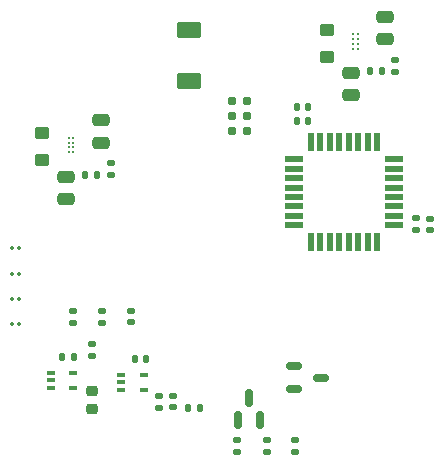
<source format=gbr>
%TF.GenerationSoftware,KiCad,Pcbnew,8.0.1*%
%TF.CreationDate,2024-09-05T15:23:59+02:00*%
%TF.ProjectId,TEP000,54455030-3030-42e6-9b69-6361645f7063,rev?*%
%TF.SameCoordinates,Original*%
%TF.FileFunction,Paste,Top*%
%TF.FilePolarity,Positive*%
%FSLAX46Y46*%
G04 Gerber Fmt 4.6, Leading zero omitted, Abs format (unit mm)*
G04 Created by KiCad (PCBNEW 8.0.1) date 2024-09-05 15:23:59*
%MOMM*%
%LPD*%
G01*
G04 APERTURE LIST*
G04 Aperture macros list*
%AMRoundRect*
0 Rectangle with rounded corners*
0 $1 Rounding radius*
0 $2 $3 $4 $5 $6 $7 $8 $9 X,Y pos of 4 corners*
0 Add a 4 corners polygon primitive as box body*
4,1,4,$2,$3,$4,$5,$6,$7,$8,$9,$2,$3,0*
0 Add four circle primitives for the rounded corners*
1,1,$1+$1,$2,$3*
1,1,$1+$1,$4,$5*
1,1,$1+$1,$6,$7*
1,1,$1+$1,$8,$9*
0 Add four rect primitives between the rounded corners*
20,1,$1+$1,$2,$3,$4,$5,0*
20,1,$1+$1,$4,$5,$6,$7,0*
20,1,$1+$1,$6,$7,$8,$9,0*
20,1,$1+$1,$8,$9,$2,$3,0*%
G04 Aperture macros list end*
%ADD10C,0.200000*%
%ADD11R,1.600000X0.550000*%
%ADD12R,0.550000X1.600000*%
%ADD13RoundRect,0.100000X-0.225000X-0.100000X0.225000X-0.100000X0.225000X0.100000X-0.225000X0.100000X0*%
%ADD14RoundRect,0.135000X0.185000X-0.135000X0.185000X0.135000X-0.185000X0.135000X-0.185000X-0.135000X0*%
%ADD15RoundRect,0.135000X-0.135000X-0.185000X0.135000X-0.185000X0.135000X0.185000X-0.135000X0.185000X0*%
%ADD16RoundRect,0.135000X0.135000X0.185000X-0.135000X0.185000X-0.135000X-0.185000X0.135000X-0.185000X0*%
%ADD17RoundRect,0.135000X-0.185000X0.135000X-0.185000X-0.135000X0.185000X-0.135000X0.185000X0.135000X0*%
%ADD18RoundRect,0.067500X-0.067500X-0.067500X0.067500X-0.067500X0.067500X0.067500X-0.067500X0.067500X0*%
%ADD19RoundRect,0.150000X0.150000X-0.587500X0.150000X0.587500X-0.150000X0.587500X-0.150000X-0.587500X0*%
%ADD20RoundRect,0.150000X-0.512500X-0.150000X0.512500X-0.150000X0.512500X0.150000X-0.512500X0.150000X0*%
%ADD21RoundRect,0.250000X-0.350000X0.275000X-0.350000X-0.275000X0.350000X-0.275000X0.350000X0.275000X0*%
%ADD22C,0.787000*%
%ADD23RoundRect,0.250000X-0.800000X0.450000X-0.800000X-0.450000X0.800000X-0.450000X0.800000X0.450000X0*%
%ADD24RoundRect,0.250000X-0.475000X0.250000X-0.475000X-0.250000X0.475000X-0.250000X0.475000X0.250000X0*%
%ADD25RoundRect,0.140000X0.170000X-0.140000X0.170000X0.140000X-0.170000X0.140000X-0.170000X-0.140000X0*%
%ADD26RoundRect,0.140000X-0.140000X-0.170000X0.140000X-0.170000X0.140000X0.170000X-0.140000X0.170000X0*%
%ADD27RoundRect,0.140000X-0.170000X0.140000X-0.170000X-0.140000X0.170000X-0.140000X0.170000X0.140000X0*%
%ADD28RoundRect,0.140000X0.140000X0.170000X-0.140000X0.170000X-0.140000X-0.170000X0.140000X-0.170000X0*%
%ADD29RoundRect,0.225000X0.250000X-0.225000X0.250000X0.225000X-0.250000X0.225000X-0.250000X-0.225000X0*%
G04 APERTURE END LIST*
D10*
%TO.C,U5*%
X151669800Y-103657400D03*
X152069800Y-103657400D03*
X151669800Y-104057400D03*
X152069800Y-104057400D03*
X151669800Y-104457400D03*
X152069800Y-104457400D03*
X151669800Y-104857400D03*
X152069800Y-104857400D03*
%TD*%
%TO.C,U4*%
X175750600Y-94886800D03*
X176150600Y-94886800D03*
X175750600Y-95286800D03*
X176150600Y-95286800D03*
X175750600Y-95686800D03*
X176150600Y-95686800D03*
X175750600Y-96086800D03*
X176150600Y-96086800D03*
%TD*%
D11*
%TO.C,U3*%
X170730600Y-105454800D03*
X170730600Y-106254800D03*
X170730600Y-107054800D03*
X170730600Y-107854800D03*
X170730600Y-108654800D03*
X170730600Y-109454800D03*
X170730600Y-110254800D03*
X170730600Y-111054800D03*
D12*
X172180600Y-112504800D03*
X172980600Y-112504800D03*
X173780600Y-112504800D03*
X174580600Y-112504800D03*
X175380600Y-112504800D03*
X176180600Y-112504800D03*
X176980600Y-112504800D03*
X177780600Y-112504800D03*
D11*
X179230600Y-111054800D03*
X179230600Y-110254800D03*
X179230600Y-109454800D03*
X179230600Y-108654800D03*
X179230600Y-107854800D03*
X179230600Y-107054800D03*
X179230600Y-106254800D03*
X179230600Y-105454800D03*
D12*
X177780600Y-104004800D03*
X176980600Y-104004800D03*
X176180600Y-104004800D03*
X175380600Y-104004800D03*
X174580600Y-104004800D03*
X173780600Y-104004800D03*
X172980600Y-104004800D03*
X172180600Y-104004800D03*
%TD*%
D13*
%TO.C,U2*%
X152080000Y-123518500D03*
X152080000Y-124818500D03*
X150180000Y-124818500D03*
X150180000Y-124168500D03*
X150180000Y-123518500D03*
%TD*%
%TO.C,U1*%
X158023600Y-123708400D03*
X158023600Y-125008400D03*
X156123600Y-125008400D03*
X156123600Y-124358400D03*
X156123600Y-123708400D03*
%TD*%
D14*
%TO.C,R16*%
X155270200Y-106809000D03*
X155270200Y-105789000D03*
%TD*%
D15*
%TO.C,R15*%
X153083800Y-106781600D03*
X154103800Y-106781600D03*
%TD*%
D14*
%TO.C,R14*%
X179324000Y-98046000D03*
X179324000Y-97026000D03*
%TD*%
D15*
%TO.C,R13*%
X177163000Y-98018600D03*
X178183000Y-98018600D03*
%TD*%
D16*
%TO.C,R12*%
X161770600Y-126530700D03*
X162790600Y-126530700D03*
%TD*%
D17*
%TO.C,R11*%
X153644600Y-122138500D03*
X153644600Y-121118500D03*
%TD*%
%TO.C,R10*%
X159308800Y-126494000D03*
X159308800Y-125474000D03*
%TD*%
D14*
%TO.C,R9*%
X168452800Y-129193700D03*
X168452800Y-130213700D03*
%TD*%
%TO.C,R8*%
X165938200Y-129197700D03*
X165938200Y-130217700D03*
%TD*%
D17*
%TO.C,R7*%
X170865800Y-130215700D03*
X170865800Y-129195700D03*
%TD*%
D18*
%TO.C,R6*%
X146892600Y-119404734D03*
X147442600Y-119404734D03*
%TD*%
%TO.C,R5*%
X146892600Y-117271800D03*
X147442600Y-117271800D03*
%TD*%
%TO.C,R4*%
X146892600Y-115138867D03*
X147442600Y-115138867D03*
%TD*%
D14*
%TO.C,R3*%
X154533600Y-119293700D03*
X154533600Y-118273700D03*
%TD*%
%TO.C,R2*%
X152044400Y-119293700D03*
X152044400Y-118273700D03*
%TD*%
D18*
%TO.C,R1*%
X146892600Y-113005934D03*
X147442600Y-113005934D03*
%TD*%
D19*
%TO.C,Q2*%
X166928800Y-125673400D03*
X167878800Y-127548400D03*
X165978800Y-127548400D03*
%TD*%
D20*
%TO.C,Q1*%
X170744300Y-122987900D03*
X170744300Y-124887900D03*
X173019300Y-123937900D03*
%TD*%
D21*
%TO.C,L2*%
X149453600Y-103244000D03*
X149453600Y-105544000D03*
%TD*%
%TO.C,L1*%
X173558200Y-94481000D03*
X173558200Y-96781000D03*
%TD*%
D22*
%TO.C,J1*%
X165531800Y-100499000D03*
X166801800Y-100499000D03*
X165531800Y-101769000D03*
X166801800Y-101769000D03*
X165531800Y-103039000D03*
X166801800Y-103039000D03*
%TD*%
D23*
%TO.C,D6*%
X161874200Y-94472400D03*
X161874200Y-98872400D03*
%TD*%
D24*
%TO.C,C13*%
X151460200Y-106923800D03*
X151460200Y-108823800D03*
%TD*%
%TO.C,C12*%
X154381200Y-102158800D03*
X154381200Y-104058800D03*
%TD*%
%TO.C,C11*%
X178460400Y-93385600D03*
X178460400Y-95285600D03*
%TD*%
%TO.C,C10*%
X175539400Y-98135400D03*
X175539400Y-100035400D03*
%TD*%
D25*
%TO.C,C9*%
X182245000Y-111452600D03*
X182245000Y-110492600D03*
%TD*%
D26*
%TO.C,C8*%
X171020800Y-101066600D03*
X171980800Y-101066600D03*
%TD*%
D27*
%TO.C,C7*%
X181051200Y-110467200D03*
X181051200Y-111427200D03*
%TD*%
D28*
%TO.C,C6*%
X171980800Y-102235000D03*
X171020800Y-102235000D03*
%TD*%
%TO.C,C5*%
X151130000Y-122187300D03*
X152090000Y-122187300D03*
%TD*%
D29*
%TO.C,C4*%
X153644600Y-125044500D03*
X153644600Y-126594500D03*
%TD*%
D27*
%TO.C,C3*%
X160502600Y-126464000D03*
X160502600Y-125504000D03*
%TD*%
D28*
%TO.C,C2*%
X157254000Y-122377200D03*
X158214000Y-122377200D03*
%TD*%
D25*
%TO.C,C1*%
X156972000Y-119263700D03*
X156972000Y-118303700D03*
%TD*%
M02*

</source>
